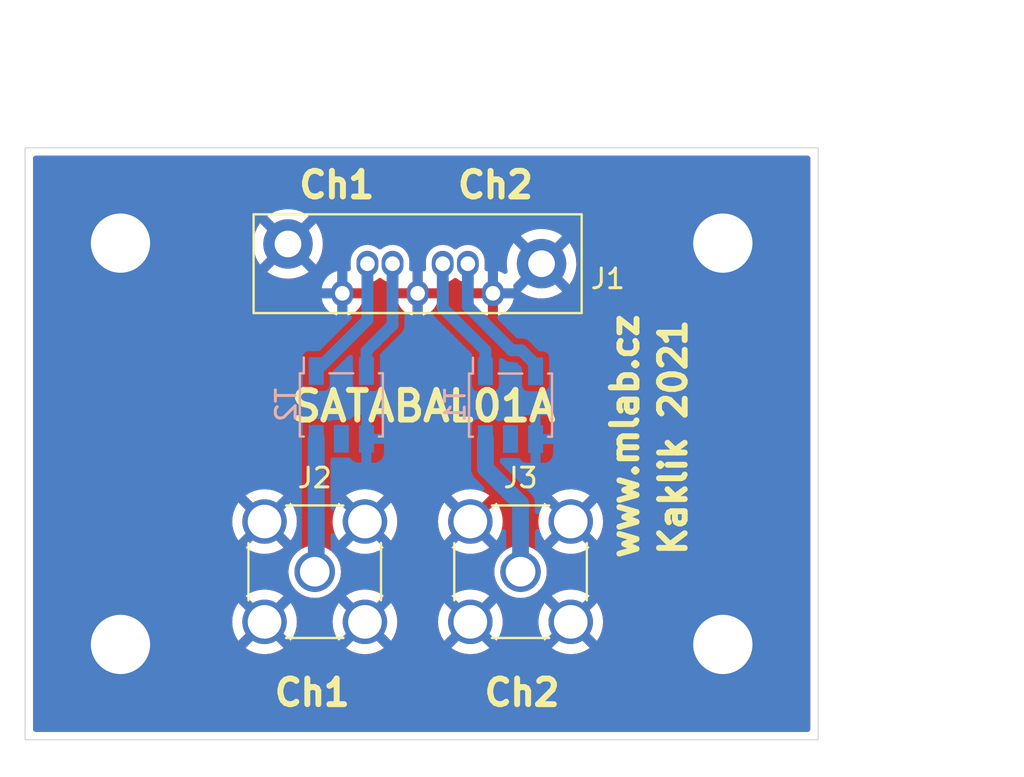
<source format=kicad_pcb>
(kicad_pcb (version 20210424) (generator pcbnew)
  (layers (0 "F.Cu" signal) (31 "B.Cu" signal) (34 "B.Paste" user) (35 "F.Paste" user) (36 "B.SilkS" user "B.Silkscreen") (37 "F.SilkS" user "F.Silkscreen") (38 "B.Mask" user) (39 "F.Mask" user) (44 "Edge.Cuts" user))
  (net 0 "")
  (net 1 "/IN2P")
  (net 2 "/IN2N")
  (net 3 "/IN1P")
  (net 4 "/IN1N")
  (net 5 "/OUT2")
  (net 6 "GND")
  (net 7 "/OUT1")
  (footprint "Mlab_CON:SATA-7_THT_VERT_2" (layer "F.Cu") (at 23.9268 -22.8586)
    (fp_text reference "J1" (at 5.8166 -0.738) (layer "F.SilkS"))
    (fp_text value "SATA7-67491-1030" hide)
    (fp_line (start -12.11 1) (end -12.11 -4) (layer "F.SilkS") (width 0.12))
    (fp_line (start -12.11 -4) (end 4.49 -4) (layer "F.SilkS") (width 0.12))
    (fp_line (start 4.49 1) (end -12.11 1) (layer "F.SilkS") (width 0.12))
    (fp_line (start 4.49 -4) (end 4.49 1) (layer "F.SilkS") (width 0.12))
    (pad "1" thru_hole oval (at 0 0) (size 1.1 1.3) (drill 0.74) (layers *.Cu *.Mask) (net 6 "GND"))
    (pad "2" thru_hole oval (at -1.27 -1.5) (size 1.1 1.3) (drill 0.74) (layers *.Cu *.Mask) (net 4 "/IN1N"))
    (pad "3" thru_hole oval (at -2.54 -1.5) (size 1.1 1.3) (drill 0.74) (layers *.Cu *.Mask) (net 3 "/IN1P"))
    (pad "4" thru_hole oval (at -3.81 0) (size 1.1 1.3) (drill 0.74) (layers *.Cu *.Mask) (net 6 "GND"))
    (pad "5" thru_hole oval (at -5.08 -1.5) (size 1.1 1.3) (drill 0.74) (layers *.Cu *.Mask) (net 2 "/IN2N"))
    (pad "6" thru_hole oval (at -6.35 -1.5) (size 1.1 1.3) (drill 0.74) (layers *.Cu *.Mask) (net 1 "/IN2P"))
    (pad "7" thru_hole oval (at -7.62 0) (size 1.1 1.3) (drill 0.74) (layers *.Cu *.Mask) (net 6 "GND"))
    (pad "8" thru_hole circle (at -10.37 -2.5) (size 2.5 2.5) (drill 1.35) (layers *.Cu *.Mask) (net 6 "GND"))
    (pad "9" thru_hole circle (at 2.46 -1.5) (size 2.5 2.5) (drill 1.35) (layers *.Cu *.Mask) (net 6 "GND"))
  )
  (footprint "Connector_Coaxial:SMA_Amphenol_901-144_Vertical" (layer "F.Cu") (at 14.9098 -8.763)
    (fp_text reference "J2" (at 0 -4.75) (layer "F.SilkS"))
    (fp_text value "Conn_Coaxial SMA or MCX")
    (fp_line (start -3.355 -1.45) (end -3.355 1.45) (layer "F.SilkS") (width 0.12))
    (fp_line (start -1.45 -3.355) (end 1.45 -3.355) (layer "F.SilkS") (width 0.12))
    (fp_line (start -1.45 3.355) (end 1.45 3.355) (layer "F.SilkS") (width 0.12))
    (fp_line (start 3.355 -1.45) (end 3.355 1.45) (layer "F.SilkS") (width 0.12))
    (pad "1" thru_hole circle locked (at 0 0) (size 2.05 2.05) (drill 1.5) (layers *.Cu *.Mask) (net 5 "/OUT2"))
    (pad "2" thru_hole circle locked (at 2.54 2.54) (size 2.25 2.25) (drill 1.7) (layers *.Cu *.Mask) (net 6 "GND"))
    (pad "2" thru_hole circle locked (at 2.54 -2.54) (size 2.25 2.25) (drill 1.7) (layers *.Cu *.Mask) (net 6 "GND"))
    (pad "2" thru_hole circle locked (at -2.54 -2.54) (size 2.25 2.25) (drill 1.7) (layers *.Cu *.Mask) (net 6 "GND"))
    (pad "2" thru_hole circle locked (at -2.54 2.54) (size 2.25 2.25) (drill 1.7) (layers *.Cu *.Mask) (net 6 "GND"))
  )
  (footprint "Mlab_Mechanical:MountingHole_3mm" (layer "F.Cu") (at 35.56 -25.4)
    (fp_text reference "H4" hide)
    (fp_text value "Pad" hide)
    (pad "1" thru_hole circle locked (at 0 0) (size 6 6) (drill 3) (layers *.Cu *.Adhes *.Mask) (net 6 "GND") (clearance 1))
  )
  (footprint "Connector_Coaxial:SMA_Amphenol_901-144_Vertical" (layer "F.Cu") (at 25.3238 -8.763)
    (fp_text reference "J3" (at 0 -4.75) (layer "F.SilkS"))
    (fp_text value "Conn_Coaxial SMA or MCX")
    (fp_line (start -1.45 -3.355) (end 1.45 -3.355) (layer "F.SilkS") (width 0.12))
    (fp_line (start 3.355 -1.45) (end 3.355 1.45) (layer "F.SilkS") (width 0.12))
    (fp_line (start -3.355 -1.45) (end -3.355 1.45) (layer "F.SilkS") (width 0.12))
    (fp_line (start -1.45 3.355) (end 1.45 3.355) (layer "F.SilkS") (width 0.12))
    (pad "1" thru_hole circle locked (at 0 0) (size 2.05 2.05) (drill 1.5) (layers *.Cu *.Mask) (net 7 "/OUT1"))
    (pad "2" thru_hole circle locked (at 2.54 2.54) (size 2.25 2.25) (drill 1.7) (layers *.Cu *.Mask) (net 6 "GND"))
    (pad "2" thru_hole circle locked (at -2.54 2.54) (size 2.25 2.25) (drill 1.7) (layers *.Cu *.Mask) (net 6 "GND"))
    (pad "2" thru_hole circle locked (at -2.54 -2.54) (size 2.25 2.25) (drill 1.7) (layers *.Cu *.Mask) (net 6 "GND"))
    (pad "2" thru_hole circle locked (at 2.54 -2.54) (size 2.25 2.25) (drill 1.7) (layers *.Cu *.Mask) (net 6 "GND"))
  )
  (footprint "Mlab_Mechanical:MountingHole_3mm" (layer "F.Cu") (at 35.56 -5.08)
    (fp_text reference "H3" hide)
    (fp_text value "Pad" hide)
    (pad "1" thru_hole circle locked (at 0 0) (size 6 6) (drill 3) (layers *.Cu *.Adhes *.Mask) (net 6 "GND") (clearance 1))
  )
  (footprint "Mlab_Mechanical:MountingHole_3mm" (layer "F.Cu") (at 5.08 -25.4)
    (fp_text reference "H2" hide)
    (fp_text value "Pad" hide)
    (pad "1" thru_hole circle locked (at 0 0) (size 6 6) (drill 3) (layers *.Cu *.Adhes *.Mask) (net 6 "GND") (clearance 1))
  )
  (footprint "Mlab_Mechanical:MountingHole_3mm" (layer "F.Cu") (at 5.08 -5.08)
    (fp_text reference "H1" hide)
    (fp_text value "Pad" hide)
    (pad "1" thru_hole circle locked (at 0 0) (size 6 6) (drill 3) (layers *.Cu *.Adhes *.Mask) (net 6 "GND") (clearance 1))
  )
  (footprint "Transformer_SMD:Transformer_MACOM_SM-22" (layer "B.Cu") (at 16.256 -17.209 -90)
    (fp_text reference "T2" (at 0 2.794 90) (layer "B.SilkS") (effects (justify mirror)))
    (fp_text value "ETC1-1-13")
    (fp_line (start 1.6 -2.1) (end 1.6 -1.9) (layer "B.SilkS") (width 0.12))
    (fp_line (start -1.6 -2.1) (end 1.6 -2.1) (layer "B.SilkS") (width 0.12))
    (fp_line (start -1.6 -1.9) (end -1.6 -2.1) (layer "B.SilkS") (width 0.12))
    (fp_line (start -1.6 2.1) (end -1.6 1.9) (layer "B.SilkS") (width 0.12))
    (fp_line (start 1.6 2.1) (end -1.6 2.1) (layer "B.SilkS") (width 0.12))
    (fp_line (start -1.6 1.9) (end -2.4 1.9) (layer "B.SilkS") (width 0.12))
    (fp_line (start -1.6 0.6) (end -1.6 -0.6) (layer "B.SilkS") (width 0.12))
    (fp_line (start 1.6 1.9) (end 1.6 2.1) (layer "B.SilkS") (width 0.12))
    (pad "1" smd rect locked (at -1.715 1.27 270) (size 1.4 0.76) (layers "B.Cu" "B.Paste" "B.Mask") (net 1 "/IN2P"))
    (pad "2" smd rect locked (at -1.715 -1.27 270) (size 1.4 0.76) (layers "B.Cu" "B.Paste" "B.Mask") (net 2 "/IN2N"))
    (pad "3" smd rect locked (at 1.715 -1.27 270) (size 1.4 0.76) (layers "B.Cu" "B.Paste" "B.Mask") (net 6 "GND"))
    (pad "4" smd rect locked (at 1.715 0 270) (size 1.4 0.76) (layers "B.Cu" "B.Paste" "B.Mask"))
    (pad "5" smd rect locked (at 1.715 1.27 270) (size 1.4 0.76) (layers "B.Cu" "B.Paste" "B.Mask") (net 5 "/OUT2"))
  )
  (footprint "Transformer_SMD:Transformer_MACOM_SM-22" (layer "B.Cu") (at 24.8158 -17.1958 -90)
    (fp_text reference "T1" (at 0 2.794 90) (layer "B.SilkS") (effects (justify mirror)))
    (fp_text value "ETC1-1-13")
    (fp_line (start 1.6 2.1) (end -1.6 2.1) (layer "B.SilkS") (width 0.12))
    (fp_line (start -1.6 0.6) (end -1.6 -0.6) (layer "B.SilkS") (width 0.12))
    (fp_line (start -1.6 1.9) (end -2.4 1.9) (layer "B.SilkS") (width 0.12))
    (fp_line (start -1.6 -1.9) (end -1.6 -2.1) (layer "B.SilkS") (width 0.12))
    (fp_line (start -1.6 2.1) (end -1.6 1.9) (layer "B.SilkS") (width 0.12))
    (fp_line (start 1.6 1.9) (end 1.6 2.1) (layer "B.SilkS") (width 0.12))
    (fp_line (start 1.6 -2.1) (end 1.6 -1.9) (layer "B.SilkS") (width 0.12))
    (fp_line (start -1.6 -2.1) (end 1.6 -2.1) (layer "B.SilkS") (width 0.12))
    (pad "1" smd rect locked (at -1.715 1.27 270) (size 1.4 0.76) (layers "B.Cu" "B.Paste" "B.Mask") (net 3 "/IN1P"))
    (pad "2" smd rect locked (at -1.715 -1.27 270) (size 1.4 0.76) (layers "B.Cu" "B.Paste" "B.Mask") (net 4 "/IN1N"))
    (pad "3" smd rect locked (at 1.715 -1.27 270) (size 1.4 0.76) (layers "B.Cu" "B.Paste" "B.Mask") (net 6 "GND"))
    (pad "4" smd rect locked (at 1.715 0 270) (size 1.4 0.76) (layers "B.Cu" "B.Paste" "B.Mask"))
    (pad "5" smd rect locked (at 1.715 1.27 270) (size 1.4 0.76) (layers "B.Cu" "B.Paste" "B.Mask") (net 7 "/OUT1"))
  )
  (gr_rect (start 0.254 -30.226) (end 40.386 -0.254) (layer "Edge.Cuts") (width 0.05) (fill none))
  (gr_text "Ch1" (at 16.0274 -28.3464) (layer "F.SilkS") (effects (font (size 1.3 1.3) (thickness 0.3))))
  (gr_text "Ch2" (at 25.4 -2.6416) (layer "F.SilkS") (effects (font (size 1.3 1.3) (thickness 0.3))))
  (gr_text "Ch1" (at 14.7828 -2.6416) (layer "F.SilkS") (effects (font (size 1.3 1.3) (thickness 0.3))))
  (gr_text "www.mlab.cz" (at 30.607 -15.621 90) (layer "F.SilkS") (effects (font (size 1.3 1.3) (thickness 0.3))))
  (gr_text "Kaklik 2021" (at 33.0454 -15.5702 90) (layer "F.SilkS") (effects (font (size 1.3 1.3) (thickness 0.3))))
  (gr_text "Ch2" (at 24.0538 -28.3464) (layer "F.SilkS") (effects (font (size 1.3 1.3) (thickness 0.3))))
  (gr_text "SATABAL01A" (at 20.4216 -17.145) (layer "F.SilkS") (effects (font (size 1.5 1.5) (thickness 0.3))))
  (segment (start 17.5768 -21.5148) (end 17.5768 -24.3586) (width 0.6) (layer "B.Cu") (net 1))
  (segment (start 17.5768 -21.5148) (end 14.986 -18.924) (width 0.6) (layer "B.Cu") (net 1))
  (segment (start 18.8468 -21.2598) (end 17.526 -19.939) (width 0.6) (layer "B.Cu") (net 2))
  (segment (start 17.526 -19.939) (end 17.526 -18.924) (width 0.6) (layer "B.Cu") (net 2))
  (segment (start 18.8468 -21.2598) (end 18.8468 -24.3586) (width 0.6) (layer "B.Cu") (net 2))
  (segment (start 21.3868 -22.1234) (end 23.5458 -19.9644) (width 0.6) (layer "B.Cu") (net 3))
  (segment (start 23.5458 -19.9644) (end 23.5458 -18.9108) (width 0.6) (layer "B.Cu") (net 3))
  (segment (start 21.3868 -24.3586) (end 21.3868 -22.1234) (width 0.6) (layer "B.Cu") (net 3))
  (segment (start 22.6568 -22.1996) (end 24.8793 -19.9771) (width 0.6) (layer "B.Cu") (net 4))
  (segment (start 25.3619 -19.9771) (end 24.8793 -19.9771) (width 0.6) (layer "B.Cu") (net 4))
  (segment (start 26.0858 -18.9108) (end 26.0858 -19.2532) (width 0.6) (layer "B.Cu") (net 4))
  (segment (start 26.0858 -19.2532) (end 25.3619 -19.9771) (width 0.6) (layer "B.Cu") (net 4))
  (segment (start 22.6568 -24.3586) (end 22.6568 -22.1996) (width 0.6) (layer "B.Cu") (net 4))
  (segment (start 14.986 -15.494) (end 14.986 -8.8392) (width 0.85) (layer "B.Cu") (net 5))
  (segment (start 14.986 -8.8392) (end 14.9098 -8.763) (width 0.85) (layer "B.Cu") (net 5))
  (segment (start 25.3238 -12.2174) (end 25.3238 -8.763) (width 0.85) (layer "B.Cu") (net 7))
  (segment (start 23.5458 -15.4808) (end 23.5458 -13.9954) (width 0.85) (layer "B.Cu") (net 7))
  (segment (start 23.5458 -13.9954) (end 25.3238 -12.2174) (width 0.85) (layer "B.Cu") (net 7))
  (zone (net 6) (net_name "GND") (layers F&B.Cu) (connect_pads (clearance 0.25)) (min_thickness 0.254) (fill yes (thermal_gap 0.508) (thermal_bridge_width 0.508))
    (polygon (pts (xy 42.2656 1.1938) (xy -1.016 1.651) (xy -0.5334 -30.8102) (xy 42.1386 -30.861)))
  )
)
</source>
